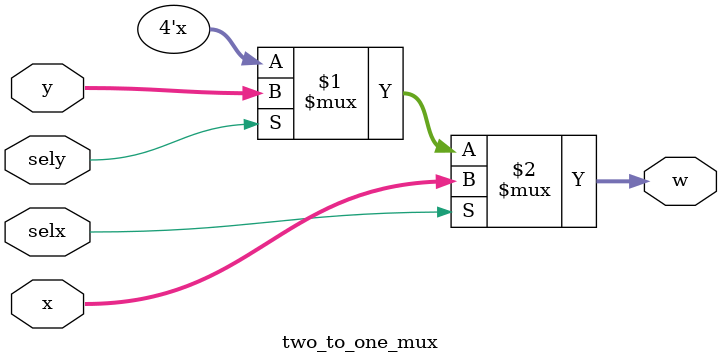
<source format=sv>
module two_to_one_mux(input [3:0] x, input [3:0] y, input selx, sely, output [3:0] w);
	assign w = (selx) ? x:
		   (sely) ? y:
		    4'bxxxx;
endmodule
</source>
